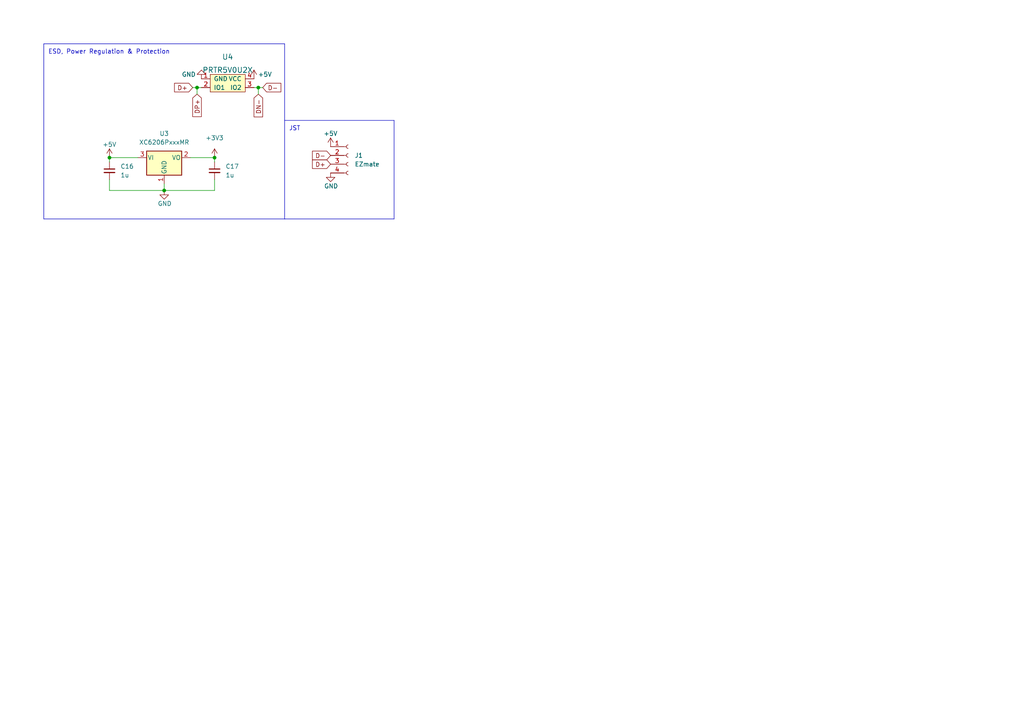
<source format=kicad_sch>
(kicad_sch (version 20250114) (generator "eeschema") (generator_version "9.0")
  (paper "A4")
  (lib_symbols
    (symbol "Connector:Conn_01x04_Female" (pin_names (offset 1.016) (hide yes))
      (property "Reference" "J" (at 0 5.08 0))
      (property "Value" "Conn_01x04_Female" (at 0 -7.62 0))
      (symbol "Conn_01x04_Female_1_1"
        (polyline (pts (xy -1.27 2.54) (xy -0.508 2.54)) (stroke (width 0.1524)))
        (polyline (pts (xy -1.27 0) (xy -0.508 0)) (stroke (width 0.1524)))
        (polyline (pts (xy -1.27 -2.54) (xy -0.508 -2.54)) (stroke (width 0.1524)))
        (polyline (pts (xy -1.27 -5.08) (xy -0.508 -5.08)) (stroke (width 0.1524)))
        (arc (start 0 2.032) (mid -0.5058 2.54) (end 0 3.048) (stroke (width 0.1524)))
        (arc (start 0 -0.508) (mid -0.5058 0) (end 0 0.508) (stroke (width 0.1524)))
        (arc (start 0 -3.048) (mid -0.5058 -2.54) (end 0 -2.032) (stroke (width 0.1524)))
        (arc (start 0 -5.588) (mid -0.5058 -5.08) (end 0 -4.572) (stroke (width 0.1524)))
        (pin passive line (at -5.08 2.54 0) (length 3.81) (name "Pin_1") (number "1"))
        (pin passive line (at -5.08 0 0) (length 3.81) (name "Pin_2") (number "2"))
        (pin passive line (at -5.08 -2.54 0) (length 3.81) (name "Pin_3") (number "3"))
        (pin passive line (at -5.08 -5.08 0) (length 3.81) (name "Pin_4") (number "4"))
      )
    )
    (symbol "Device:C_Small" (pin_numbers (hide yes)) (pin_names (offset 0.254) (hide yes))
      (property "Reference" "C" (at 0.254 1.778 0))
      (property "Value" "C_Small" (at 0.254 -2.032 0))
      (symbol "C_Small_0_1"
        (polyline (pts (xy -1.524 0.508) (xy 1.524 0.508)) (stroke (width 0.3048)))
        (polyline (pts (xy -1.524 -0.508) (xy 1.524 -0.508)) (stroke (width 0.3302)))
      )
      (symbol "C_Small_1_1"
        (pin passive line (at 0 2.54 270) (length 2.032) (name "~") (number "1"))
        (pin passive line (at 0 -2.54 90) (length 2.032) (name "~") (number "2"))
      )
    )
    (symbol "Regulator_Linear:XC6206PxxxMR" (pin_names (offset 0.254))
      (property "Reference" "U" (at -3.81 3.175 0))
      (property "Value" "XC6206PxxxMR" (at 0 3.175 0))
      (symbol "XC6206PxxxMR_0_1"
        (rectangle (start -5.08 1.905) (end 5.08 -5.08) (stroke (width 0.254)) (fill (type background)))
      )
      (symbol "XC6206PxxxMR_1_1"
        (pin power_in line (at -7.62 0 0) (length 2.54) (name "VI") (number "3"))
        (pin power_in line (at 0 -7.62 90) (length 2.54) (name "GND") (number "1"))
        (pin power_out line (at 7.62 0 180) (length 2.54) (name "VO") (number "2"))
      )
    )
    (symbol "cipulot_parts:PRTR5V0U2X" (pin_names (offset 1.016))
      (property "Reference" "U" (at 0 3.81 0))
      (property "Value" "PRTR5V0U2X" (at 0 -3.81 0))
      (symbol "PRTR5V0U2X_0_1"
        (rectangle (start -5.08 2.54) (end 5.08 -2.54) (fill (type background)))
      )
      (symbol "PRTR5V0U2X_1_1"
        (pin input line (at -7.62 1.27 0) (length 2.54) (name "GND") (number "1"))
        (pin input line (at -7.62 -1.27 0) (length 2.54) (name "IO1") (number "2"))
        (pin input line (at 7.62 1.27 180) (length 2.54) (name "VCC") (number "4"))
        (pin input line (at 7.62 -1.27 180) (length 2.54) (name "IO2") (number "3"))
      )
    )
    (symbol "power:+3V3" (power) (pin_names (offset 0))
      (property "Value" "+3V3" (at 0 3.556 0))
      (symbol "+3V3_0_1"
        (polyline (pts (xy -0.762 1.27) (xy 0 2.54)))
        (polyline (pts (xy 0 2.54) (xy 0.762 1.27)))
        (polyline (pts (xy 0 0) (xy 0 2.54)))
      )
      (symbol "+3V3_1_1"
        (pin power_in line (at 0 0 90) (length 0) (hide yes) (name "+3V3") (number "1"))
      )
    )
    (symbol "power:+5V" (power) (pin_names (offset 0))
      (property "Value" "+5V" (at 0 3.556 0))
      (symbol "+5V_0_1"
        (polyline (pts (xy -0.762 1.27) (xy 0 2.54)))
        (polyline (pts (xy 0 2.54) (xy 0.762 1.27)))
        (polyline (pts (xy 0 0) (xy 0 2.54)))
      )
      (symbol "+5V_1_1"
        (pin power_in line (at 0 0 90) (length 0) (hide yes) (name "+5V") (number "1"))
      )
    )
    (symbol "power:GND" (power) (pin_names (offset 0))
      (property "Value" "GND" (at 0 -3.81 0))
      (symbol "GND_0_1"
        (polyline (pts (xy 0 0) (xy 0 -1.27) (xy 1.27 -1.27) (xy 0 -2.54) (xy -1.27 -1.27) (xy 0 -1.27)))
      )
      (symbol "GND_1_1"
        (pin power_in line (at 0 0 270) (length 0) (hide yes) (name "GND") (number "1"))
      )
    )
  )
  (text "JST" (at 83.82 38.1 0) (effects (font (size 1.27 1.27)) (justify left bottom)))
  (text "ESD, Power Regulation & Protection" (at 13.97 15.875 0) (effects (font (size 1.27 1.27)) (justify left bottom)))
  (junction (at 74.93 25.4))
  (junction (at 62.23 45.72))
  (junction (at 57.15 25.4))
  (junction (at 31.75 45.72))
  (junction (at 47.625 55.245))
  (wire (pts (xy 31.75 45.72) (xy 31.75 46.99)))
  (polyline (pts (xy 82.55 63.5) (xy 12.7 63.5)))
  (polyline (pts (xy 114.3 34.925) (xy 114.3 63.5)))
  (wire (pts (xy 74.93 25.4) (xy 76.2 25.4)))
  (wire (pts (xy 55.88 25.4) (xy 57.15 25.4)))
  (wire (pts (xy 73.66 25.4) (xy 74.93 25.4)))
  (wire (pts (xy 74.93 25.4) (xy 74.93 27.305)))
  (wire (pts (xy 62.23 45.72) (xy 62.23 46.99)))
  (wire (pts (xy 57.15 25.4) (xy 57.15 27.305)))
  (wire (pts (xy 62.23 55.245) (xy 62.23 52.07)))
  (polyline (pts (xy 114.3 63.5) (xy 82.55 63.5)))
  (wire (pts (xy 55.245 45.72) (xy 62.23 45.72)))
  (wire (pts (xy 47.625 53.34) (xy 47.625 55.245)))
  (wire (pts (xy 47.625 55.245) (xy 62.23 55.245)))
  (polyline (pts (xy 114.3 34.925) (xy 82.55 34.925)))
  (wire (pts (xy 31.75 55.245) (xy 47.625 55.245)))
  (polyline (pts (xy 82.55 12.7) (xy 12.7 12.7)))
  (wire (pts (xy 31.75 45.72) (xy 40.005 45.72)))
  (polyline (pts (xy 12.7 63.5) (xy 12.7 12.7)))
  (polyline (pts (xy 82.55 12.7) (xy 82.55 63.5)))
  (wire (pts (xy 31.75 52.07) (xy 31.75 55.245)))
  (wire (pts (xy 57.15 25.4) (xy 58.42 25.4)))
  (global_label "D+" (shape input) (at 55.88 25.4 180) (property "Intersheetrefs" "${INTERSHEET_REFS}" (effects (hide yes))))
  (global_label "DN-" (shape input) (at 74.93 27.305 270) (property "Intersheetrefs" "${INTERSHEET_REFS}" (effects (hide yes))))
  (global_label "D-" (shape input) (at 76.2 25.4 0) (property "Intersheetrefs" "${INTERSHEET_REFS}" (effects (hide yes))))
  (global_label "D+" (shape input) (at 95.885 47.625 180) (property "Intersheetrefs" "${INTERSHEET_REFS}" (effects (hide yes))))
  (global_label "D-" (shape input) (at 95.885 45.085 180) (property "Intersheetrefs" "${INTERSHEET_REFS}" (effects (hide yes))))
  (global_label "DP+" (shape input) (at 57.15 27.305 270) (property "Intersheetrefs" "${INTERSHEET_REFS}" (effects (hide yes))))
  (symbol (lib_id "Connector:Conn_01x04_Female") (at 100.965 45.085 0) (unit 1)
    (property "Reference" "J1" (at 102.87 45.0849 0) (effects (justify left)))
    (property "Value" "EZmate" (at 102.87 47.6249 0) (effects (justify left)))
    (property "Footprint" "Connector_Molex:Molex_Pico-EZmate_78171-0004_1x04-1MP_P1.20mm_Vertical" (effects (hide yes)))
  )
  (symbol (lib_id "power:GND") (at 95.885 50.165 0) (unit 1)
    (property "Reference" "#PWR0121" (effects (hide yes)))
    (property "Value" "GND" (at 93.98 53.975 0) (effects (justify left)))
  )
  (symbol (lib_id "power:GND") (at 47.625 55.245 0) (unit 1)
    (property "Reference" "#PWR0128" (effects (hide yes)))
    (property "Value" "GND" (at 45.72 59.055 0) (effects (justify left)))
  )
  (symbol (lib_id "Device:C_Small") (at 62.23 49.53 0) (unit 1)
    (property "Reference" "C17" (at 65.405 48.2662 0) (effects (justify left)))
    (property "Value" "1u" (at 65.405 50.8062 0) (effects (justify left)))
    (property "Footprint" "Capacitor_SMD:C_0402_1005Metric" (effects (hide yes)))
  )
  (symbol (lib_id "cipulot_parts:PRTR5V0U2X") (at 66.04 24.13 0) (unit 1)
    (property "Reference" "U4" (at 66.04 16.51 0) (effects (font (size 1.524 1.524))))
    (property "Value" "PRTR5V0U2X" (at 66.04 20.32 0) (effects (font (size 1.524 1.524))))
    (property "Footprint" "random-keyboard-parts:SOT143B" (effects (hide yes)))
  )
  (symbol (lib_id "power:+5V") (at 31.75 45.72 0) (unit 1)
    (property "Reference" "#PWR0124" (effects (hide yes)))
    (property "Value" "+5V" (at 31.75 41.91 0))
  )
  (symbol (lib_id "power:+5V") (at 73.66 22.86 0) (unit 1)
    (property "Reference" "#PWR0120" (effects (hide yes)))
    (property "Value" "+5V" (at 76.835 21.59 0))
  )
  (symbol (lib_id "Device:C_Small") (at 31.75 49.53 0) (unit 1)
    (property "Reference" "C16" (at 34.925 48.2662 0) (effects (justify left)))
    (property "Value" "1u" (at 34.925 50.8062 0) (effects (justify left)))
    (property "Footprint" "Capacitor_SMD:C_0402_1005Metric" (effects (hide yes)))
  )
  (symbol (lib_id "Regulator_Linear:XC6206PxxxMR") (at 47.625 45.72 0) (unit 1)
    (property "Reference" "U3" (at 47.625 38.735 0))
    (property "Value" "XC6206PxxxMR" (at 47.625 41.275 0))
    (property "Footprint" "Package_TO_SOT_SMD:SOT-23" (effects (hide yes)))
    (property "Datasheet" "https://www.torexsemi.com/file/xc6206/XC6206.pdf" (effects (hide yes)))
  )
  (symbol (lib_id "power:+3V3") (at 62.23 45.72 0) (unit 1)
    (property "Reference" "#PWR0118" (effects (hide yes)))
    (property "Value" "+3V3" (at 62.23 40.005 0))
  )
  (symbol (lib_id "power:GND") (at 58.42 22.86 180) (unit 1)
    (property "Reference" "#PWR0125" (effects (hide yes)))
    (property "Value" "GND" (at 52.705 21.59 0) (effects (justify right)))
  )
  (symbol (lib_id "power:+5V") (at 95.885 42.545 0) (unit 1)
    (property "Reference" "#PWR0119" (effects (hide yes)))
    (property "Value" "+5V" (at 95.885 38.735 0))
  )
)
</source>
